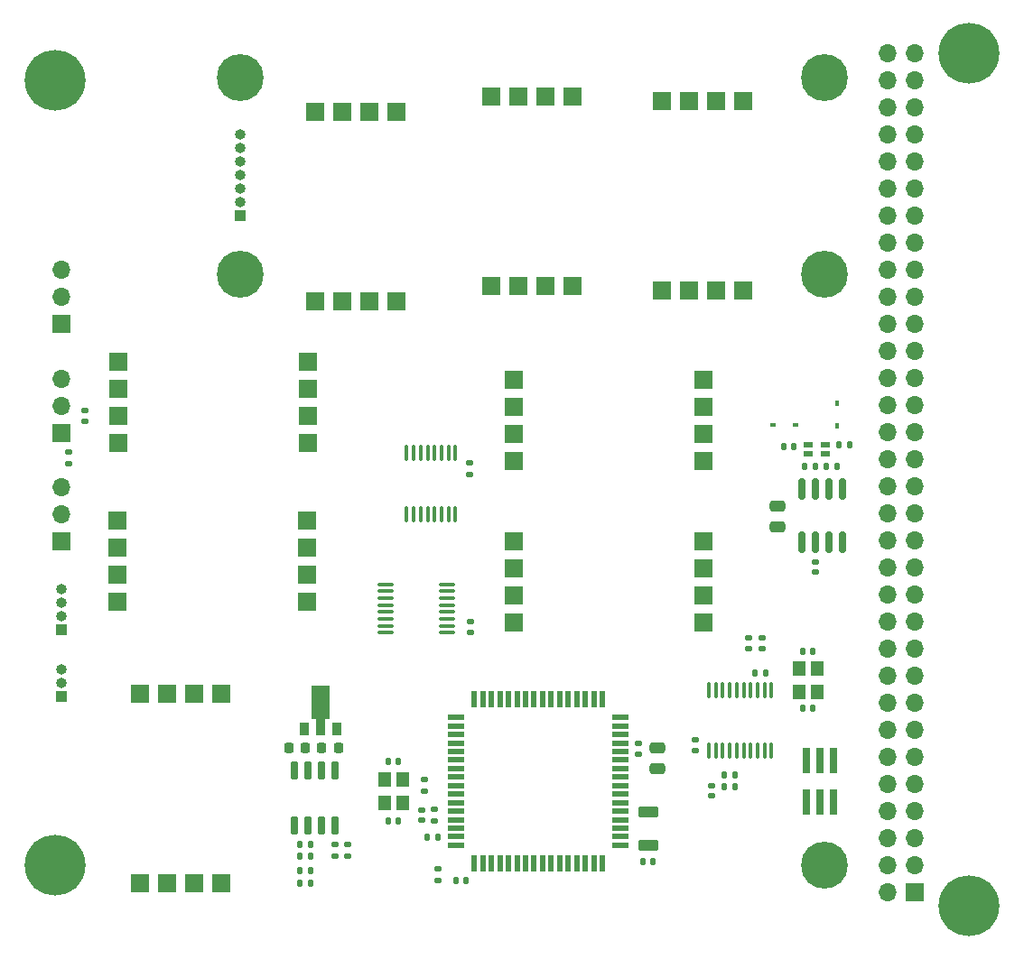
<source format=gbr>
%TF.GenerationSoftware,KiCad,Pcbnew,(6.0.0-rc1-155-g08cb573e11)*%
%TF.CreationDate,2021-12-21T18:41:38+09:00*%
%TF.ProjectId,ykts-payload,796b7473-2d70-4617-996c-6f61642e6b69,A1*%
%TF.SameCoordinates,Original*%
%TF.FileFunction,Soldermask,Bot*%
%TF.FilePolarity,Negative*%
%FSLAX46Y46*%
G04 Gerber Fmt 4.6, Leading zero omitted, Abs format (unit mm)*
G04 Created by KiCad (PCBNEW (6.0.0-rc1-155-g08cb573e11)) date 2021-12-21 18:41:38*
%MOMM*%
%LPD*%
G01*
G04 APERTURE LIST*
G04 Aperture macros list*
%AMRoundRect*
0 Rectangle with rounded corners*
0 $1 Rounding radius*
0 $2 $3 $4 $5 $6 $7 $8 $9 X,Y pos of 4 corners*
0 Add a 4 corners polygon primitive as box body*
4,1,4,$2,$3,$4,$5,$6,$7,$8,$9,$2,$3,0*
0 Add four circle primitives for the rounded corners*
1,1,$1+$1,$2,$3*
1,1,$1+$1,$4,$5*
1,1,$1+$1,$6,$7*
1,1,$1+$1,$8,$9*
0 Add four rect primitives between the rounded corners*
20,1,$1+$1,$2,$3,$4,$5,0*
20,1,$1+$1,$4,$5,$6,$7,0*
20,1,$1+$1,$6,$7,$8,$9,0*
20,1,$1+$1,$8,$9,$2,$3,0*%
%AMFreePoly0*
4,1,9,3.862500,-0.866500,0.737500,-0.866500,0.737500,-0.450000,-0.737500,-0.450000,-0.737500,0.450000,0.737500,0.450000,0.737500,0.866500,3.862500,0.866500,3.862500,-0.866500,3.862500,-0.866500,$1*%
G04 Aperture macros list end*
%ADD10C,5.700000*%
%ADD11R,1.700000X1.700000*%
%ADD12O,1.700000X1.700000*%
%ADD13C,4.400000*%
%ADD14R,1.000000X1.000000*%
%ADD15O,1.000000X1.000000*%
%ADD16RoundRect,0.135000X0.185000X-0.135000X0.185000X0.135000X-0.185000X0.135000X-0.185000X-0.135000X0*%
%ADD17RoundRect,0.140000X0.140000X0.170000X-0.140000X0.170000X-0.140000X-0.170000X0.140000X-0.170000X0*%
%ADD18RoundRect,0.025500X0.354500X-0.229500X0.354500X0.229500X-0.354500X0.229500X-0.354500X-0.229500X0*%
%ADD19RoundRect,0.100000X-0.100000X0.637500X-0.100000X-0.637500X0.100000X-0.637500X0.100000X0.637500X0*%
%ADD20RoundRect,0.140000X-0.140000X-0.170000X0.140000X-0.170000X0.140000X0.170000X-0.140000X0.170000X0*%
%ADD21R,1.200000X1.400000*%
%ADD22RoundRect,0.135000X0.135000X0.185000X-0.135000X0.185000X-0.135000X-0.185000X0.135000X-0.185000X0*%
%ADD23RoundRect,0.135000X-0.185000X0.135000X-0.185000X-0.135000X0.185000X-0.135000X0.185000X0.135000X0*%
%ADD24RoundRect,0.100000X0.637500X0.100000X-0.637500X0.100000X-0.637500X-0.100000X0.637500X-0.100000X0*%
%ADD25RoundRect,0.140000X-0.170000X0.140000X-0.170000X-0.140000X0.170000X-0.140000X0.170000X0.140000X0*%
%ADD26RoundRect,0.250000X-0.700000X0.275000X-0.700000X-0.275000X0.700000X-0.275000X0.700000X0.275000X0*%
%ADD27R,0.550000X1.500000*%
%ADD28R,1.500000X0.550000*%
%ADD29RoundRect,0.225000X-0.225000X-0.250000X0.225000X-0.250000X0.225000X0.250000X-0.225000X0.250000X0*%
%ADD30RoundRect,0.135000X-0.135000X-0.185000X0.135000X-0.185000X0.135000X0.185000X-0.135000X0.185000X0*%
%ADD31RoundRect,0.147500X-0.147500X-0.172500X0.147500X-0.172500X0.147500X0.172500X-0.147500X0.172500X0*%
%ADD32R,0.900000X1.300000*%
%ADD33FreePoly0,90.000000*%
%ADD34RoundRect,0.150000X0.150000X-0.725000X0.150000X0.725000X-0.150000X0.725000X-0.150000X-0.725000X0*%
%ADD35R,0.450000X0.600000*%
%ADD36RoundRect,0.225000X0.225000X0.250000X-0.225000X0.250000X-0.225000X-0.250000X0.225000X-0.250000X0*%
%ADD37RoundRect,0.150000X0.150000X-0.825000X0.150000X0.825000X-0.150000X0.825000X-0.150000X-0.825000X0*%
%ADD38RoundRect,0.140000X0.170000X-0.140000X0.170000X0.140000X-0.170000X0.140000X-0.170000X-0.140000X0*%
%ADD39RoundRect,0.250000X-0.475000X0.250000X-0.475000X-0.250000X0.475000X-0.250000X0.475000X0.250000X0*%
%ADD40R,0.600000X0.450000*%
%ADD41R,0.740000X2.400000*%
G04 APERTURE END LIST*
D10*
%TO.C,H1*%
X179705000Y-144780000D03*
%TD*%
%TO.C,H2*%
X179705000Y-64770000D03*
%TD*%
%TO.C,H3*%
X93980000Y-67310000D03*
%TD*%
%TO.C,H4*%
X93980000Y-140970000D03*
%TD*%
D11*
%TO.C,J3*%
X174625000Y-143510000D03*
D12*
X172085000Y-143510000D03*
X174625000Y-140970000D03*
X172085000Y-140970000D03*
X174625000Y-138430000D03*
X172085000Y-138430000D03*
X174625000Y-135890000D03*
X172085000Y-135890000D03*
X174625000Y-133350000D03*
X172085000Y-133350000D03*
X174625000Y-130810000D03*
X172085000Y-130810000D03*
X174625000Y-128270000D03*
X172085000Y-128270000D03*
X174625000Y-125730000D03*
X172085000Y-125730000D03*
X174625000Y-123190000D03*
X172085000Y-123190000D03*
X174625000Y-120650000D03*
X172085000Y-120650000D03*
X174625000Y-118110000D03*
X172085000Y-118110000D03*
X174625000Y-115570000D03*
X172085000Y-115570000D03*
X174625000Y-113030000D03*
X172085000Y-113030000D03*
X174625000Y-110490000D03*
X172085000Y-110490000D03*
X174625000Y-107950000D03*
X172085000Y-107950000D03*
X174625000Y-105410000D03*
X172085000Y-105410000D03*
X174625000Y-102870000D03*
X172085000Y-102870000D03*
X174625000Y-100330000D03*
X172085000Y-100330000D03*
X174625000Y-97790000D03*
X172085000Y-97790000D03*
X174625000Y-95250000D03*
X172085000Y-95250000D03*
X174625000Y-92710000D03*
X172085000Y-92710000D03*
X174625000Y-90170000D03*
X172085000Y-90170000D03*
X174625000Y-87630000D03*
X172085000Y-87630000D03*
X174625000Y-85090000D03*
X172085000Y-85090000D03*
X174625000Y-82550000D03*
X172085000Y-82550000D03*
X174625000Y-80010000D03*
X172085000Y-80010000D03*
X174625000Y-77470000D03*
X172085000Y-77470000D03*
X174625000Y-74930000D03*
X172085000Y-74930000D03*
X174625000Y-72390000D03*
X172085000Y-72390000D03*
X174625000Y-69850000D03*
X172085000Y-69850000D03*
X174625000Y-67310000D03*
X172085000Y-67310000D03*
X174625000Y-64770000D03*
X172085000Y-64770000D03*
%TD*%
D11*
%TO.C,J7*%
X94615000Y-90170000D03*
D12*
X94615000Y-87630000D03*
X94615000Y-85090000D03*
%TD*%
D13*
%TO.C,H5*%
X111379000Y-85471000D03*
%TD*%
%TO.C,H6*%
X111379000Y-67056000D03*
%TD*%
%TO.C,H7*%
X166116000Y-67056000D03*
%TD*%
%TO.C,H8*%
X166116000Y-85471000D03*
%TD*%
D14*
%TO.C,J2*%
X111379000Y-80010000D03*
D15*
X111379000Y-78740000D03*
X111379000Y-77470000D03*
X111379000Y-76200000D03*
X111379000Y-74930000D03*
X111379000Y-73660000D03*
X111379000Y-72390000D03*
%TD*%
D14*
%TO.C,J5*%
X94615000Y-118867000D03*
D15*
X94615000Y-117597000D03*
X94615000Y-116327000D03*
X94615000Y-115057000D03*
%TD*%
D13*
%TO.C,H9*%
X166116000Y-140970000D03*
%TD*%
D11*
%TO.C,J1*%
X94615000Y-110602000D03*
D12*
X94615000Y-108062000D03*
X94615000Y-105522000D03*
%TD*%
D11*
%TO.C,J9*%
X94615000Y-100442000D03*
D12*
X94615000Y-97902000D03*
X94615000Y-95362000D03*
%TD*%
D14*
%TO.C,J4*%
X94615000Y-125095000D03*
D15*
X94615000Y-123825000D03*
X94615000Y-122555000D03*
%TD*%
D16*
%TO.C,R39*%
X121437400Y-140083000D03*
X121437400Y-139063000D03*
%TD*%
D17*
%TO.C,CH4*%
X163294000Y-101671000D03*
X162334000Y-101671000D03*
%TD*%
D18*
%TO.C,FL2*%
X166260000Y-102360000D03*
X164590000Y-102360000D03*
X164590000Y-101490000D03*
X166260000Y-101490000D03*
%TD*%
D19*
%TO.C,U16*%
X126985600Y-102293500D03*
X127635600Y-102293500D03*
X128285600Y-102293500D03*
X128935600Y-102293500D03*
X129585600Y-102293500D03*
X130235600Y-102293500D03*
X130885600Y-102293500D03*
X131535600Y-102293500D03*
X131535600Y-108018500D03*
X130885600Y-108018500D03*
X130235600Y-108018500D03*
X129585600Y-108018500D03*
X128935600Y-108018500D03*
X128285600Y-108018500D03*
X127635600Y-108018500D03*
X126985600Y-108018500D03*
%TD*%
D16*
%TO.C,R25*%
X159004000Y-120652000D03*
X159004000Y-119632000D03*
%TD*%
D20*
%TO.C,C26*%
X164112000Y-126238000D03*
X165072000Y-126238000D03*
%TD*%
D21*
%TO.C,Y3*%
X126580000Y-132885000D03*
X126580000Y-135085000D03*
X124880000Y-135085000D03*
X124880000Y-132885000D03*
%TD*%
D22*
%TO.C,R46*%
X160657000Y-122936000D03*
X159637000Y-122936000D03*
%TD*%
D16*
%TO.C,R31*%
X129540000Y-136781000D03*
X129540000Y-135761000D03*
%TD*%
D11*
%TO.C,N12*%
X137033000Y-95402400D03*
X137033000Y-97942400D03*
X137033000Y-100482400D03*
X137033000Y-103022400D03*
X154813000Y-95402400D03*
X154813000Y-97942400D03*
X154813000Y-100482400D03*
X154813000Y-103022400D03*
%TD*%
D22*
%TO.C,R38*%
X117947900Y-140143500D03*
X116927900Y-140143500D03*
%TD*%
D23*
%TO.C,R42*%
X120294400Y-139063000D03*
X120294400Y-140083000D03*
%TD*%
D24*
%TO.C,U15*%
X130751500Y-114615800D03*
X130751500Y-115265800D03*
X130751500Y-115915800D03*
X130751500Y-116565800D03*
X130751500Y-117215800D03*
X130751500Y-117865800D03*
X130751500Y-118515800D03*
X130751500Y-119165800D03*
X125026500Y-119165800D03*
X125026500Y-118515800D03*
X125026500Y-117865800D03*
X125026500Y-117215800D03*
X125026500Y-116565800D03*
X125026500Y-115915800D03*
X125026500Y-115265800D03*
X125026500Y-114615800D03*
%TD*%
D25*
%TO.C,C18*%
X128397000Y-135791000D03*
X128397000Y-136751000D03*
%TD*%
%TO.C,C29*%
X155575000Y-133505000D03*
X155575000Y-134465000D03*
%TD*%
D26*
%TO.C,L2*%
X149606000Y-135966000D03*
X149606000Y-139116000D03*
%TD*%
D22*
%TO.C,R37*%
X117945900Y-142620000D03*
X116925900Y-142620000D03*
%TD*%
D20*
%TO.C,CH3*%
X166342000Y-103576000D03*
X167302000Y-103576000D03*
%TD*%
D11*
%TO.C,N13*%
X118364000Y-88011000D03*
X120904000Y-88011000D03*
X123444000Y-88011000D03*
X125984000Y-88011000D03*
X118364000Y-70231000D03*
X120904000Y-70231000D03*
X123444000Y-70231000D03*
X125984000Y-70231000D03*
%TD*%
D23*
%TO.C,R36*%
X129921000Y-141349000D03*
X129921000Y-142369000D03*
%TD*%
D11*
%TO.C,N10*%
X109550200Y-124917200D03*
X107010200Y-124917200D03*
X104470200Y-124917200D03*
X101930200Y-124917200D03*
X109550200Y-142697200D03*
X107010200Y-142697200D03*
X104470200Y-142697200D03*
X101930200Y-142697200D03*
%TD*%
D22*
%TO.C,R48*%
X157736000Y-133604000D03*
X156716000Y-133604000D03*
%TD*%
D17*
%TO.C,C25*%
X165072000Y-120904000D03*
X164112000Y-120904000D03*
%TD*%
D27*
%TO.C,U9*%
X145319000Y-140796000D03*
X144519000Y-140796000D03*
X143719000Y-140796000D03*
X142919000Y-140796000D03*
X142119000Y-140796000D03*
X141319000Y-140796000D03*
X140519000Y-140796000D03*
X139719000Y-140796000D03*
X138919000Y-140796000D03*
X138119000Y-140796000D03*
X137319000Y-140796000D03*
X136519000Y-140796000D03*
X135719000Y-140796000D03*
X134919000Y-140796000D03*
X134119000Y-140796000D03*
X133319000Y-140796000D03*
D28*
X131619000Y-139096000D03*
X131619000Y-138296000D03*
X131619000Y-137496000D03*
X131619000Y-136696000D03*
X131619000Y-135896000D03*
X131619000Y-135096000D03*
X131619000Y-134296000D03*
X131619000Y-133496000D03*
X131619000Y-132696000D03*
X131619000Y-131896000D03*
X131619000Y-131096000D03*
X131619000Y-130296000D03*
X131619000Y-129496000D03*
X131619000Y-128696000D03*
X131619000Y-127896000D03*
X131619000Y-127096000D03*
D27*
X133319000Y-125396000D03*
X134119000Y-125396000D03*
X134919000Y-125396000D03*
X135719000Y-125396000D03*
X136519000Y-125396000D03*
X137319000Y-125396000D03*
X138119000Y-125396000D03*
X138919000Y-125396000D03*
X139719000Y-125396000D03*
X140519000Y-125396000D03*
X141319000Y-125396000D03*
X142119000Y-125396000D03*
X142919000Y-125396000D03*
X143719000Y-125396000D03*
X144519000Y-125396000D03*
X145319000Y-125396000D03*
D28*
X147019000Y-127096000D03*
X147019000Y-127896000D03*
X147019000Y-128696000D03*
X147019000Y-129496000D03*
X147019000Y-130296000D03*
X147019000Y-131096000D03*
X147019000Y-131896000D03*
X147019000Y-132696000D03*
X147019000Y-133496000D03*
X147019000Y-134296000D03*
X147019000Y-135096000D03*
X147019000Y-135896000D03*
X147019000Y-136696000D03*
X147019000Y-137496000D03*
X147019000Y-138296000D03*
X147019000Y-139096000D03*
%TD*%
D29*
%TO.C,C23*%
X119011400Y-129983500D03*
X120561400Y-129983500D03*
%TD*%
D30*
%TO.C,R47*%
X156716000Y-132461000D03*
X157736000Y-132461000D03*
%TD*%
D16*
%TO.C,R35*%
X95250000Y-103253000D03*
X95250000Y-102233000D03*
%TD*%
D23*
%TO.C,R32*%
X128651000Y-132967000D03*
X128651000Y-133987000D03*
%TD*%
D19*
%TO.C,U13*%
X155317000Y-124518500D03*
X155967000Y-124518500D03*
X156617000Y-124518500D03*
X157267000Y-124518500D03*
X157917000Y-124518500D03*
X158567000Y-124518500D03*
X159217000Y-124518500D03*
X159867000Y-124518500D03*
X160517000Y-124518500D03*
X161167000Y-124518500D03*
X161167000Y-130243500D03*
X160517000Y-130243500D03*
X159867000Y-130243500D03*
X159217000Y-130243500D03*
X158567000Y-130243500D03*
X157917000Y-130243500D03*
X157267000Y-130243500D03*
X156617000Y-130243500D03*
X155967000Y-130243500D03*
X155317000Y-130243500D03*
%TD*%
D31*
%TO.C,D6*%
X131595000Y-142367000D03*
X132565000Y-142367000D03*
%TD*%
D11*
%TO.C,N9*%
X117678200Y-101346000D03*
X117678200Y-98806000D03*
X117678200Y-96266000D03*
X117678200Y-93726000D03*
X99898200Y-101346000D03*
X99898200Y-98806000D03*
X99898200Y-96266000D03*
X99898200Y-93726000D03*
%TD*%
D23*
%TO.C,R43*%
X160274000Y-119632000D03*
X160274000Y-120652000D03*
%TD*%
D17*
%TO.C,CL3*%
X165270000Y-103576000D03*
X164310000Y-103576000D03*
%TD*%
D20*
%TO.C,CL4*%
X167541000Y-101544000D03*
X168501000Y-101544000D03*
%TD*%
D32*
%TO.C,U10*%
X120397400Y-128142000D03*
D33*
X118897400Y-128054500D03*
D32*
X117397400Y-128142000D03*
%TD*%
D34*
%TO.C,U11*%
X120294400Y-137230000D03*
X119024400Y-137230000D03*
X117754400Y-137230000D03*
X116484400Y-137230000D03*
X116484400Y-132080000D03*
X117754400Y-132080000D03*
X119024400Y-132080000D03*
X120294400Y-132080000D03*
%TD*%
D20*
%TO.C,C17*%
X125250000Y-136779000D03*
X126210000Y-136779000D03*
%TD*%
D35*
%TO.C,D9*%
X167309800Y-99703600D03*
X167309800Y-97603600D03*
%TD*%
D30*
%TO.C,R41*%
X116927900Y-139000500D03*
X117947900Y-139000500D03*
%TD*%
D11*
%TO.C,N11*%
X136982200Y-110540800D03*
X136982200Y-113080800D03*
X136982200Y-115620800D03*
X136982200Y-118160800D03*
X154762200Y-110540800D03*
X154762200Y-113080800D03*
X154762200Y-115620800D03*
X154762200Y-118160800D03*
%TD*%
D36*
%TO.C,C22*%
X117450900Y-129983500D03*
X115900900Y-129983500D03*
%TD*%
D11*
%TO.C,N14*%
X150876000Y-86995000D03*
X153416000Y-86995000D03*
X155956000Y-86995000D03*
X158496000Y-86995000D03*
X150876000Y-69215000D03*
X153416000Y-69215000D03*
X155956000Y-69215000D03*
X158496000Y-69215000D03*
%TD*%
D25*
%TO.C,C30*%
X165298000Y-112494000D03*
X165298000Y-113454000D03*
%TD*%
D20*
%TO.C,C20*%
X149126000Y-140589000D03*
X150086000Y-140589000D03*
%TD*%
D16*
%TO.C,R49*%
X132969000Y-119128000D03*
X132969000Y-118108000D03*
%TD*%
D11*
%TO.C,N15*%
X117627400Y-116230400D03*
X117627400Y-113690400D03*
X117627400Y-111150400D03*
X117627400Y-108610400D03*
X99847400Y-116230400D03*
X99847400Y-113690400D03*
X99847400Y-111150400D03*
X99847400Y-108610400D03*
%TD*%
D37*
%TO.C,U14*%
X167838000Y-110623000D03*
X166568000Y-110623000D03*
X165298000Y-110623000D03*
X164028000Y-110623000D03*
X164028000Y-105673000D03*
X165298000Y-105673000D03*
X166568000Y-105673000D03*
X167838000Y-105673000D03*
%TD*%
D38*
%TO.C,C27*%
X154051000Y-130175000D03*
X154051000Y-129215000D03*
%TD*%
D21*
%TO.C,Y4*%
X163742000Y-124671000D03*
X163742000Y-122471000D03*
X165442000Y-122471000D03*
X165442000Y-124671000D03*
%TD*%
D23*
%TO.C,R34*%
X96774000Y-98296000D03*
X96774000Y-99316000D03*
%TD*%
D22*
%TO.C,R33*%
X129923000Y-138303000D03*
X128903000Y-138303000D03*
%TD*%
D39*
%TO.C,C28*%
X161742000Y-107278000D03*
X161742000Y-109178000D03*
%TD*%
D23*
%TO.C,R50*%
X132842000Y-103249000D03*
X132842000Y-104269000D03*
%TD*%
D17*
%TO.C,C16*%
X126210000Y-131191000D03*
X125250000Y-131191000D03*
%TD*%
D25*
%TO.C,C19*%
X148717000Y-129568000D03*
X148717000Y-130528000D03*
%TD*%
D39*
%TO.C,C21*%
X150495000Y-129987000D03*
X150495000Y-131887000D03*
%TD*%
D30*
%TO.C,R40*%
X116925900Y-141477000D03*
X117945900Y-141477000D03*
%TD*%
D11*
%TO.C,N16*%
X134874000Y-86614000D03*
X137414000Y-86614000D03*
X139954000Y-86614000D03*
X142494000Y-86614000D03*
X134874000Y-68834000D03*
X137414000Y-68834000D03*
X139954000Y-68834000D03*
X142494000Y-68834000D03*
%TD*%
D40*
%TO.C,D8*%
X163427000Y-99639000D03*
X161327000Y-99639000D03*
%TD*%
D41*
%TO.C,J8*%
X164465000Y-131146000D03*
X164465000Y-135046000D03*
X165735000Y-131146000D03*
X165735000Y-135046000D03*
X167005000Y-131146000D03*
X167005000Y-135046000D03*
%TD*%
M02*

</source>
